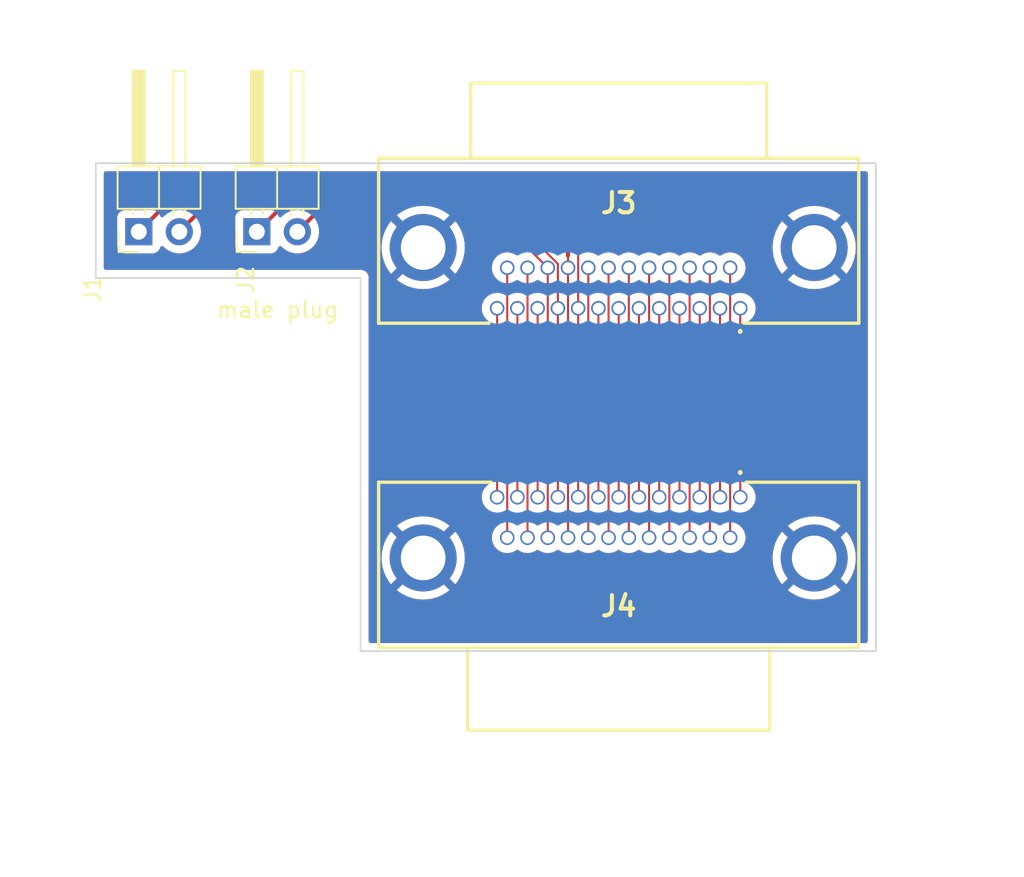
<source format=kicad_pcb>
(kicad_pcb (version 20211014) (generator pcbnew)
  (layers (0 "F.Cu" signal) (31 "B.Cu" signal) (34 "B.Paste" user) (35 "F.Paste" user) (36 "B.SilkS" user "B.Silkscreen") (37 "F.SilkS" user "F.Silkscreen") (38 "B.Mask" user) (39 "F.Mask" user) (44 "Edge.Cuts" user))
  (net 0 "")
  (net 1 "Net-(J1-Pad1)")
  (net 2 "Net-(J1-Pad2)")
  (net 3 "Net-(J2-Pad1)")
  (net 4 "Net-(J2-Pad2)")
  (net 5 "GND")
  (net 6 "Net-(J3-Pad1)")
  (net 7 "Net-(J3-Pad2)")
  (net 8 "Net-(J3-Pad3)")
  (net 9 "Net-(J3-Pad4)")
  (net 10 "Net-(J3-Pad5)")
  (net 11 "Net-(J3-Pad6)")
  (net 12 "Net-(J3-Pad7)")
  (net 13 "Net-(J3-Pad8)")
  (net 14 "Net-(J3-Pad11)")
  (net 15 "Net-(J3-Pad12)")
  (net 16 "Net-(J3-Pad13)")
  (net 17 "Net-(J3-Pad14)")
  (net 18 "Net-(J3-Pad15)")
  (net 19 "Net-(J3-Pad16)")
  (net 20 "Net-(J3-Pad17)")
  (net 21 "Net-(J3-Pad18)")
  (net 22 "Net-(J3-Pad19)")
  (net 23 "Net-(J3-Pad20)")
  (net 24 "Net-(J3-Pad21)")
  (net 25 "Net-(J3-Pad24)")
  (net 26 "Net-(J3-Pad25)")
  (footprint "Connector_PinHeader_2.54mm:PinHeader_1x02_P2.54mm_Horizontal" (layer "F.Cu") (at 126.7 62.8 90)
    (fp_text reference "J2" (at -3 -0.7 90) (layer "F.SilkS"))
    (fp_text value "Conn_01x02_Male_2.54mm")
    (fp_line (start 4.1 0.16) (end 10.1 0.16) (layer "F.SilkS") (width 0.12))
    (fp_line (start 4.1 0.04) (end 10.1 0.04) (layer "F.SilkS") (width 0.12))
    (fp_line (start 4.1 -0.2) (end 10.1 -0.2) (layer "F.SilkS") (width 0.12))
    (fp_line (start 4.1 -0.32) (end 10.1 -0.32) (layer "F.SilkS") (width 0.12))
    (fp_line (start 10.1 2.16) (end 10.1 2.92) (layer "F.SilkS") (width 0.12))
    (fp_line (start 4.1 2.16) (end 10.1 2.16) (layer "F.SilkS") (width 0.12))
    (fp_line (start 4.1 -0.08) (end 10.1 -0.08) (layer "F.SilkS") (width 0.12))
    (fp_line (start 10.1 0.38) (end 4.1 0.38) (layer "F.SilkS") (width 0.12))
    (fp_line (start 1.11 0.38) (end 1.44 0.38) (layer "F.SilkS") (width 0.12))
    (fp_line (start 4.1 0.28) (end 10.1 0.28) (layer "F.SilkS") (width 0.12))
    (fp_line (start 1.44 -1.33) (end 1.44 3.87) (layer "F.SilkS") (width 0.12))
    (fp_line (start 10.1 2.92) (end 4.1 2.92) (layer "F.SilkS") (width 0.12))
    (fp_line (start 1.11 -0.38) (end 1.44 -0.38) (layer "F.SilkS") (width 0.12))
    (fp_line (start 10.1 -0.38) (end 10.1 0.38) (layer "F.SilkS") (width 0.12))
    (fp_line (start 1.44 3.87) (end 4.1 3.87) (layer "F.SilkS") (width 0.12))
    (fp_line (start -1.27 -1.27) (end 0 -1.27) (layer "F.SilkS") (width 0.12))
    (fp_line (start -1.27 0) (end -1.27 -1.27) (layer "F.SilkS") (width 0.12))
    (fp_line (start 1.44 1.27) (end 4.1 1.27) (layer "F.SilkS") (width 0.12))
    (fp_line (start 4.1 3.87) (end 4.1 -1.33) (layer "F.SilkS") (width 0.12))
    (fp_line (start 4.1 -1.33) (end 1.44 -1.33) (layer "F.SilkS") (width 0.12))
    (fp_line (start 4.1 -0.38) (end 10.1 -0.38) (layer "F.SilkS") (width 0.12))
    (fp_line (start 1.042929 2.16) (end 1.44 2.16) (layer "F.SilkS") (width 0.12))
    (fp_line (start 1.042929 2.92) (end 1.44 2.92) (layer "F.SilkS") (width 0.12))
    (pad "1" thru_hole rect (at 0 0 90) (size 1.7 1.7) (drill 1) (layers *.Cu *.Mask) (net 3 "Net-(J2-Pad1)"))
    (pad "2" thru_hole oval (at 0 2.54 90) (size 1.7 1.7) (drill 1) (layers *.Cu *.Mask) (net 4 "Net-(J2-Pad2)"))
  )
  (footprint "0Project_Library:581M25213L461_Norcomp_Female" (layer "F.Cu") (at 157 79.45)
    (fp_text reference "J4" (at -7.62 6.835) (layer "F.SilkS") (effects (font (size 1.27 1.27) (thickness 0.254))))
    (fp_text value "DB25_Female_MountingHoles" hide)
    (fp_line (start 0 -1.6) (end 0 -1.6) (layer "F.SilkS") (width 0.2))
    (fp_line (start 1.855 14.61) (end -17.095 14.61) (layer "F.SilkS") (width 0.2))
    (fp_line (start 7.43 -0.94) (end 7.43 -0.94) (layer "F.SilkS") (width 0.2))
    (fp_line (start -22.67 9.41) (end -22.67 9.41) (layer "F.SilkS") (width 0.2))
    (fp_line (start 0.38 -0.94) (end 7.43 -0.94) (layer "F.SilkS") (width 0.2))
    (fp_line (start -15.62 -0.94) (end -15.62 -0.94) (layer "F.SilkS") (width 0.2))
    (fp_line (start -17.095 14.61) (end -17.095 9.41) (layer "F.SilkS") (width 0.2))
    (fp_line (start -22.67 -0.94) (end -15.62 -0.94) (layer "F.SilkS") (width 0.2))
    (fp_line (start 7.43 -0.94) (end 0.38 -0.94) (layer "F.SilkS") (width 0.2))
    (fp_line (start 7.43 9.41) (end -22.67 9.41) (layer "F.SilkS") (width 0.2))
    (fp_line (start -22.67 -0.94) (end -22.67 9.41) (layer "F.SilkS") (width 0.2))
    (fp_line (start -22.67 9.41) (end -22.67 9.41) (layer "F.SilkS") (width 0.2))
    (fp_line (start -22.67 -0.94) (end -22.67 -0.94) (layer "F.SilkS") (width 0.2))
    (fp_line (start 7.43 9.41) (end 7.43 -0.94) (layer "F.SilkS") (width 0.2))
    (fp_line (start -22.67 9.41) (end -22.67 -0.94) (layer "F.SilkS") (width 0.2))
    (fp_line (start 7.43 9.41) (end 7.43 9.41) (layer "F.SilkS") (width 0.2))
    (fp_line (start -17.095 9.41) (end 1.855 9.41) (layer "F.SilkS") (width 0.2))
    (fp_line (start 0.38 -0.94) (end 0.38 -0.94) (layer "F.SilkS") (width 0.2))
    (fp_line (start 7.43 9.41) (end 7.43 9.41) (layer "F.SilkS") (width 0.2))
    (fp_line (start -22.67 -0.94) (end -22.67 -0.94) (layer "F.SilkS") (width 0.2))
    (fp_line (start 0 -1.6) (end 0 -1.6) (layer "F.SilkS") (width 0.2))
    (fp_line (start 7.43 -0.94) (end 7.43 9.41) (layer "F.SilkS") (width 0.2))
    (fp_line (start 1.855 9.41) (end 1.855 14.61) (layer "F.SilkS") (width 0.2))
    (fp_line (start -15.62 -0.94) (end -22.67 -0.94) (layer "F.SilkS") (width 0.2))
    (fp_line (start -22.67 9.41) (end 7.43 9.41) (layer "F.SilkS") (width 0.2))
    (fp_line (start 0 -1.5) (end 0 -1.5) (layer "F.SilkS") (width 0.2))
    (fp_line (start 7.43 -0.94) (end 7.43 -0.94) (layer "F.SilkS") (width 0.2))
    (fp_arc (start 0 -1.6) (mid 0.05 -1.55) (end 0 -1.5) (layer "F.SilkS") (width 0.2))
    (fp_arc (start 0 -1.5) (mid -0.05 -1.55) (end 0 -1.6) (layer "F.SilkS") (width 0.2))
    (fp_arc (start 0 -1.5) (mid -0.05 -1.55) (end 0 -1.6) (layer "F.SilkS") (width 0.2))
    (pad "0" thru_hole circle (at -19.875 3.81) (size 4.2 4.2) (drill 2.8) (layers *.Cu *.Mask) (net 5 "GND"))
    (pad "0" thru_hole circle (at 4.635 3.81) (size 4.2 4.2) (drill 2.8) (layers *.Cu *.Mask) (net 5 "GND"))
    (pad "1" thru_hole circle (at 0 0) (size 0.91 0.91) (drill 0.71) (layers *.Cu *.Mask) (net 6 "Net-(J3-Pad1)"))
    (pad "2" thru_hole circle (at -1.27 0) (size 0.91 0.91) (drill 0.71) (layers *.Cu *.Mask) (net 7 "Net-(J3-Pad2)"))
    (pad "3" thru_hole circle (at -2.54 0) (size 0.91 0.91) (drill 0.71) (layers *.Cu *.Mask) (net 8 "Net-(J3-Pad3)"))
    (pad "4" thru_hole circle (at -3.81 0) (size 0.91 0.91) (drill 0.71) (layers *.Cu *.Mask) (net 9 "Net-(J3-Pad4)"))
    (pad "5" thru_hole circle (at -5.08 0) (size 0.91 0.91) (drill 0.71) (layers *.Cu *.Mask) (net 10 "Net-(J3-Pad5)"))
    (pad "6" thru_hole circle (at -6.35 0) (size 0.91 0.91) (drill 0.71) (layers *.Cu *.Mask) (net 11 "Net-(J3-Pad6)"))
    (pad "7" thru_hole circle (at -7.62 0) (size 0.91 0.91) (drill 0.71) (layers *.Cu *.Mask) (net 12 "Net-(J3-Pad7)"))
    (pad "8" thru_hole circle (at -8.89 0) (size 0.91 0.91) (drill 0.71) (layers *.Cu *.Mask) (net 13 "Net-(J3-Pad8)"))
    (pad "9" thru_hole circle (at -10.16 0) (size 0.91 0.91) (drill 0.71) (layers *.Cu *.Mask) (net 1 "Net-(J1-Pad1)"))
    (pad "10" thru_hole circle (at -11.43 0) (size 0.91 0.91) (drill 0.71) (layers *.Cu *.Mask) (net 3 "Net-(J2-Pad1)"))
    (pad "11" thru_hole circle (at -12.7 0) (size 0.91 0.91) (drill 0.71) (layers *.Cu *.Mask) (net 14 "Net-(J3-Pad11)"))
    (pad "12" thru_hole circle (at -13.97 0) (size 0.91 0.91) (drill 0.71) (layers *.Cu *.Mask) (net 15 "Net-(J3-Pad12)"))
    (pad "13" thru_hole circle (at -15.24 0) (size 0.91 0.91) (drill 0.71) (layers *.Cu *.Mask) (net 16 "Net-(J3-Pad13)"))
    (pad "14" thru_hole circle (at -0.635 2.54) (size 0.91 0.91) (drill 0.71) (layers *.Cu *.Mask) (net 17 "Net-(J3-Pad14)"))
    (pad "15" thru_hole circle (at -1.905 2.54) (size 0.91 0.91) (drill 0.71) (layers *.Cu *.Mask) (net 18 "Net-(J3-Pad15)"))
    (pad "16" thru_hole circle (at -3.175 2.54) (size 0.91 0.91) (drill 0.71) (layers *.Cu *.Mask) (net 19 "Net-(J3-Pad16)"))
    (pad "17" thru_hole circle (at -4.445 2.54) (size 0.91 0.91) (drill 0.71) (layers *.Cu *.Mask) (net 20 "Net-(J3-Pad17)"))
    (pad "18" thru_hole circle (at -5.715 2.54) (size 0.91 0.91) (drill 0.71) (layers *.Cu *.Mask) (net 21 "Net-(J3-Pad18)"))
    (pad "19" thru_hole circle (at -6.985 2.54) (size 0.91 0.91) (drill 0.71) (layers *.Cu *.Mask) (net 22 "Net-(J3-Pad19)"))
    (pad "20" thru_hole circle (at -8.255 2.54) (size 0.91 0.91) (drill 0.71) (layers *.Cu *.Mask) (net 23 "Net-(J3-Pad20)"))
    (pad "21" thru_hole circle (at -9.525 2.54) (size 0.91 0.91) (drill 0.71) (layers *.Cu *.Mask) (net 24 "Net-(J3-Pad21)"))
    (pad "22" thru_hole circle (at -10.795 2.54) (size 0.91 0.91) (drill 0.71) (layers *.Cu *.Mask) (net 2 "Net-(J1-Pad2)"))
    (pad "23" thru_hole circle (at -12.065 2.54) (size 0.91 0.91) (drill 0.71) (layers *.Cu *.Mask) (net 4 "Net-(J2-Pad2)"))
    (pad "24" thru_hole circle (at -13.335 2.54) (size 0.91 0.91) (drill 0.71) (layers *.Cu *.Mask) (net 25 "Net-(J3-Pad24)"))
    (pad "25" thru_hole circle (at -14.605 2.54) (size 0.91 0.91) (drill 0.71) (layers *.Cu *.Mask) (net 26 "Net-(J3-Pad25)"))
  )
  (footprint "0Project_Library:581M25113L461_Norcomp" (layer "F.Cu") (at 157 67.6 180)
    (fp_text reference "J3" (at 7.62 6.595 180) (layer "F.SilkS") (effects (font (size 1.27 1.27) (thickness 0.254))))
    (fp_text value "DB25_Male_MountingHoles" hide)
    (fp_line (start -7.43 -0.94) (end -0.25 -0.94) (layer "F.SilkS") (width 0.2))
    (fp_line (start 22.67 9.41) (end 22.67 -0.94) (layer "F.SilkS") (width 0.2))
    (fp_line (start -7.43 -0.94) (end -7.43 -0.94) (layer "F.SilkS") (width 0.2))
    (fp_line (start -7.43 9.41) (end -7.43 9.41) (layer "F.SilkS") (width 0.2))
    (fp_line (start -1.655 9.41) (end 16.895 9.41) (layer "F.SilkS") (width 0.2))
    (fp_line (start 22.67 -0.94) (end 22.67 -0.94) (layer "F.SilkS") (width 0.2))
    (fp_line (start 22.67 9.41) (end 22.67 9.41) (layer "F.SilkS") (width 0.2))
    (fp_line (start 22.67 -0.94) (end 22.67 -0.94) (layer "F.SilkS") (width 0.2))
    (fp_line (start -0.25 -0.94) (end -0.25 -0.94) (layer "F.SilkS") (width 0.2))
    (fp_line (start -7.43 -0.94) (end -7.43 -0.94) (layer "F.SilkS") (width 0.2))
    (fp_line (start 0 -1.4) (end 0 -1.4) (layer "F.SilkS") (width 0.2))
    (fp_line (start 16.895 9.41) (end 16.895 14.13) (layer "F.SilkS") (width 0.2))
    (fp_line (start 16.895 14.13) (end -1.655 14.13) (layer "F.SilkS") (width 0.2))
    (fp_line (start 0 -1.5) (end 0 -1.5) (layer "F.SilkS") (width 0.2))
    (fp_line (start -7.43 9.41) (end -7.43 -0.94) (layer "F.SilkS") (width 0.2))
    (fp_line (start -7.43 9.41) (end -7.43 9.41) (layer "F.SilkS") (width 0.2))
    (fp_line (start 22.67 -0.94) (end 22.67 9.41) (layer "F.SilkS") (width 0.2))
    (fp_line (start -1.655 14.13) (end -1.655 9.41) (layer "F.SilkS") (width 0.2))
    (fp_line (start 15.75 -0.94) (end 22.67 -0.94) (layer "F.SilkS") (width 0.2))
    (fp_line (start 22.67 9.41) (end -7.43 9.41) (layer "F.SilkS") (width 0.2))
    (fp_line (start 22.67 -0.94) (end 15.75 -0.94) (layer "F.SilkS") (width 0.2))
    (fp_line (start -0.25 -0.94) (end -7.43 -0.94) (layer "F.SilkS") (width 0.2))
    (fp_line (start 0 -1.5) (end 0 -1.5) (layer "F.SilkS") (width 0.2))
    (fp_line (start -7.43 9.41) (end 22.67 9.41) (layer "F.SilkS") (width 0.2))
    (fp_line (start 22.67 9.41) (end 22.67 9.41) (layer "F.SilkS") (width 0.2))
    (fp_line (start -7.43 -0.94) (end -7.43 9.41) (layer "F.SilkS") (width 0.2))
    (fp_line (start 15.75 -0.94) (end 15.75 -0.94) (layer "F.SilkS") (width 0.2))
    (fp_arc (start 0 -1.5) (mid 0.05 -1.45) (end 0 -1.4) (layer "F.SilkS") (width 0.2))
    (fp_arc (start 0 -1.4) (mid -0.05 -1.45) (end 0 -1.5) (layer "F.SilkS") (width 0.2))
    (fp_arc (start 0 -1.4) (mid -0.05 -1.45) (end 0 -1.5) (layer "F.SilkS") (width 0.2))
    (pad "0" thru_hole circle (at 19.875 3.81 180) (size 4.2 4.2) (drill 2.8) (layers *.Cu *.Mask) (net 5 "GND"))
    (pad "0" thru_hole circle (at -4.635 3.81 180) (size 4.2 4.2) (drill 2.8) (layers *.Cu *.Mask) (net 5 "GND"))
    (pad "1" thru_hole circle (at 0 0 180) (size 0.91 0.91) (drill 0.7) (layers *.Cu *.Mask) (net 6 "Net-(J3-Pad1)"))
    (pad "2" thru_hole circle (at 1.27 0 180) (size 0.91 0.91) (drill 0.7) (layers *.Cu *.Mask) (net 7 "Net-(J3-Pad2)"))
    (pad "3" thru_hole circle (at 2.54 0 180) (size 0.91 0.91) (drill 0.7) (layers *.Cu *.Mask) (net 8 "Net-(J3-Pad3)"))
    (pad "4" thru_hole circle (at 3.81 0 180) (size 0.91 0.91) (drill 0.7) (layers *.Cu *.Mask) (net 9 "Net-(J3-Pad4)"))
    (pad "5" thru_hole circle (at 5.08 0 180) (size 0.91 0.91) (drill 0.7) (layers *.Cu *.Mask) (net 10 "Net-(J3-Pad5)"))
    (pad "6" thru_hole circle (at 6.35 0 180) (size 0.91 0.91) (drill 0.7) (layers *.Cu *.Mask) (net 11 "Net-(J3-Pad6)"))
    (pad "7" thru_hole circle (at 7.62 0 180) (size 0.91 0.91) (drill 0.7) (layers *.Cu *.Mask) (net 12 "Net-(J3-Pad7)"))
    (pad "8" thru_hole circle (at 8.89 0 180) (size 0.91 0.91) (drill 0.7) (layers *.Cu *.Mask) (net 13 "Net-(J3-Pad8)"))
    (pad "9" thru_hole circle (at 10.16 0 180) (size 0.91 0.91) (drill 0.7) (layers *.Cu *.Mask) (net 1 "Net-(J1-Pad1)"))
    (pad "10" thru_hole circle (at 11.43 0 180) (size 0.91 0.91) (drill 0.7) (layers *.Cu *.Mask) (net 3 "Net-(J2-Pad1)"))
    (pad "11" thru_hole circle (at 12.7 0 180) (size 0.91 0.91) (drill 0.7) (layers *.Cu *.Mask) (net 14 "Net-(J3-Pad11)"))
    (pad "12" thru_hole circle (at 13.97 0 180) (size 0.91 0.91) (drill 0.7) (layers *.Cu *.Mask) (net 15 "Net-(J3-Pad12)"))
    (pad "13" thru_hole circle (at 15.24 0 180) (size 0.91 0.91) (drill 0.7) (layers *.Cu *.Mask) (net 16 "Net-(J3-Pad13)"))
    (pad "14" thru_hole circle (at 0.635 2.54 180) (size 0.91 0.91) (drill 0.7) (layers *.Cu *.Mask) (net 17 "Net-(J3-Pad14)"))
    (pad "15" thru_hole circle (at 1.905 2.54 180) (size 0.91 0.91) (drill 0.7) (layers *.Cu *.Mask) (net 18 "Net-(J3-Pad15)"))
    (pad "16" thru_hole circle (at 3.175 2.54 180) (size 0.91 0.91) (drill 0.7) (layers *.Cu *.Mask) (net 19 "Net-(J3-Pad16)"))
    (pad "17" thru_hole circle (at 4.445 2.54 180) (size 0.91 0.91) (drill 0.7) (layers *.Cu *.Mask) (net 20 "Net-(J3-Pad17)"))
    (pad "18" thru_hole circle (at 5.715 2.54 180) (size 0.91 0.91) (drill 0.7) (layers *.Cu *.Mask) (net 21 "Net-(J3-Pad18)"))
    (pad "19" thru_hole circle (at 6.985 2.54 180) (size 0.91 0.91) (drill 0.7) (layers *.Cu *.Mask) (net 22 "Net-(J3-Pad19)"))
    (pad "20" thru_hole circle (at 8.255 2.54 180) (size 0.91 0.91) (drill 0.7) (layers *.Cu *.Mask) (net 23 "Net-(J3-Pad20)"))
    (pad "21" thru_hole circle (at 9.525 2.54 180) (size 0.91 0.91) (drill 0.7) (layers *.Cu *.Mask) (net 24 "Net-(J3-Pad21)"))
    (pad "22" thru_hole circle (at 10.795 2.54 180) (size 0.91 0.91) (drill 0.7) (layers *.Cu *.Mask) (net 2 "Net-(J1-Pad2)"))
    (pad "23" thru_hole circle (at 12.065 2.54 180) (size 0.91 0.91) (drill 0.7) (layers *.Cu *.Mask) (net 4 "Net-(J2-Pad2)"))
    (pad "24" thru_hole circle (at 13.335 2.54 180) (size 0.91 0.91) (drill 0.7) (layers *.Cu *.Mask) (net 25 "Net-(J3-Pad24)"))
    (pad "25" thru_hole circle (at 14.605 2.54 180) (size 0.91 0.91) (drill 0.7) (layers *.Cu *.Mask) (net 26 "Net-(J3-Pad25)"))
  )
  (footprint "Connector_PinHeader_2.54mm:PinHeader_1x02_P2.54mm_Horizontal" (layer "F.Cu") (at 119.3 62.8 90)
    (fp_text reference "J1" (at -3.6 -2.9 90) (layer "F.SilkS"))
    (fp_text value "Conn_01x02_Male_2.54mm")
    (fp_line (start 4.1 -0.2) (end 10.1 -0.2) (layer "F.SilkS") (width 0.12))
    (fp_line (start 4.1 0.16) (end 10.1 0.16) (layer "F.SilkS") (width 0.12))
    (fp_line (start 10.1 2.92) (end 4.1 2.92) (layer "F.SilkS") (width 0.12))
    (fp_line (start 1.042929 2.16) (end 1.44 2.16) (layer "F.SilkS") (width 0.12))
    (fp_line (start 1.44 1.27) (end 4.1 1.27) (layer "F.SilkS") (width 0.12))
    (fp_line (start -1.27 0) (end -1.27 -1.27) (layer "F.SilkS") (width 0.12))
    (fp_line (start 4.1 0.04) (end 10.1 0.04) (layer "F.SilkS") (width 0.12))
    (fp_line (start 1.44 -1.33) (end 1.44 3.87) (layer "F.SilkS") (width 0.12))
    (fp_line (start 4.1 3.87) (end 4.1 -1.33) (layer "F.SilkS") (width 0.12))
    (fp_line (start 4.1 -0.38) (end 10.1 -0.38) (layer "F.SilkS") (width 0.12))
    (fp_line (start 4.1 -0.32) (end 10.1 -0.32) (layer "F.SilkS") (width 0.12))
    (fp_line (start -1.27 -1.27) (end 0 -1.27) (layer "F.SilkS") (width 0.12))
    (fp_line (start 1.11 -0.38) (end 1.44 -0.38) (layer "F.SilkS") (width 0.12))
    (fp_line (start 1.11 0.38) (end 1.44 0.38) (layer "F.SilkS") (width 0.12))
    (fp_line (start 4.1 -0.08) (end 10.1 -0.08) (layer "F.SilkS") (width 0.12))
    (fp_line (start 4.1 2.16) (end 10.1 2.16) (layer "F.SilkS") (width 0.12))
    (fp_line (start 1.042929 2.92) (end 1.44 2.92) (layer "F.SilkS") (width 0.12))
    (fp_line (start 4.1 0.28) (end 10.1 0.28) (layer "F.SilkS") (width 0.12))
    (fp_line (start 4.1 -1.33) (end 1.44 -1.33) (layer "F.SilkS") (width 0.12))
    (fp_line (start 10.1 2.16) (end 10.1 2.92) (layer "F.SilkS") (width 0.12))
    (fp_line (start 10.1 0.38) (end 4.1 0.38) (layer "F.SilkS") (width 0.12))
    (fp_line (start 10.1 -0.38) (end 10.1 0.38) (layer "F.SilkS") (width 0.12))
    (fp_line (start 1.44 3.87) (end 4.1 3.87) (layer "F.SilkS") (width 0.12))
    (pad "1" thru_hole rect (at 0 0 90) (size 1.7 1.7) (drill 1) (layers *.Cu *.Mask) (net 1 "Net-(J1-Pad1)"))
    (pad "2" thru_hole oval (at 0 2.54 90) (size 1.7 1.7) (drill 1) (layers *.Cu *.Mask) (net 2 "Net-(J1-Pad2)"))
  )
  (gr_line (start 133.2 65.7) (end 133.2 89.1) (layer "Edge.Cuts") (width 0.1))
  (gr_line (start 165.5 58.5) (end 133.2 58.5) (layer "Edge.Cuts") (width 0.1))
  (gr_line (start 116.6 58.5) (end 117 58.5) (layer "Edge.Cuts") (width 0.1))
  (gr_line (start 165.5 89.1) (end 165.5 58.5) (layer "Edge.Cuts") (width 0.1))
  (gr_line (start 133.2 89.1) (end 165.5 89.1) (layer "Edge.Cuts") (width 0.1))
  (gr_line (start 116.6 58.5) (end 116.6 65.7) (layer "Edge.Cuts") (width 0.1))
  (gr_line (start 117 65.7) (end 116.6 65.7) (layer "Edge.Cuts") (width 0.1))
  (gr_line (start 133.2 58.5) (end 117 58.5) (layer "Edge.Cuts") (width 0.1))
  (gr_line (start 117 65.7) (end 133.2 65.7) (layer "Edge.Cuts") (width 0.1))
  (gr_text "male plug" (at 128 67.7) (layer "F.SilkS") (effects (font (size 1 1))))
  (segment (start 122.148559 59.951441) (end 119.3 62.8) (width 0.25) (layer "F.Cu") (net 1))
  (segment (start 146.84 64.14) (end 142.651441 59.951441) (width 0.25) (layer "F.Cu") (net 1))
  (segment (start 146.84 79.45) (end 146.84 67.6) (width 0.127) (layer "F.Cu") (net 1))
  (segment (start 142.651441 59.951441) (end 122.148559 59.951441) (width 0.25) (layer "F.Cu") (net 1))
  (segment (start 146.84 67.6) (end 146.84 64.36) (width 0.127) (layer "F.Cu") (net 1))
  (segment (start 146.84 64.36) (end 146.84 64.14) (width 0.127) (layer "F.Cu") (net 1))
  (segment (start 146.205 65.06) (end 146.205 64.305) (width 0.127) (layer "F.Cu") (net 2))
  (segment (start 124.33904 60.30096) (end 121.84 62.8) (width 0.25) (layer "F.Cu") (net 2))
  (segment (start 146.205 64.305) (end 146.2 64.3) (width 0.127) (layer "F.Cu") (net 2))
  (segment (start 142.40096 60.30096) (end 124.33904 60.30096) (width 0.25) (layer "F.Cu") (net 2))
  (segment (start 146.2 64.1) (end 146.2 64.3) (width 0.25) (layer "F.Cu") (net 2))
  (segment (start 146.2 64.1) (end 142.40096 60.30096) (width 0.25) (layer "F.Cu") (net 2))
  (segment (start 146.205 65.06) (end 146.205 81.99) (width 0.127) (layer "F.Cu") (net 2))
  (segment (start 144.5745 63.8255) (end 141.39948 60.65048) (width 0.25) (layer "F.Cu") (net 3))
  (segment (start 145.57 64.820999) (end 144.5745 63.8255) (width 0.127) (layer "F.Cu") (net 3))
  (segment (start 128.84952 60.65048) (end 126.7 62.8) (width 0.25) (layer "F.Cu") (net 3))
  (segment (start 145.57 67.6) (end 145.57 79.45) (width 0.127) (layer "F.Cu") (net 3))
  (segment (start 145.57 67.6) (end 145.57 64.820999) (width 0.127) (layer "F.Cu") (net 3))
  (segment (start 141.39948 60.65048) (end 128.84952 60.65048) (width 0.25) (layer "F.Cu") (net 3))
  (segment (start 144.935 81.99) (end 144.935 65.06) (width 0.127) (layer "F.Cu") (net 4))
  (segment (start 143.8 63.925) (end 140.875 61) (width 0.25) (layer "F.Cu") (net 4))
  (segment (start 144.935 65.06) (end 143.8 63.925) (width 0.127) (layer "F.Cu") (net 4))
  (segment (start 140.875 61) (end 131.04 61) (width 0.25) (layer "F.Cu") (net 4))
  (segment (start 131.04 61) (end 129.24 62.8) (width 0.25) (layer "F.Cu") (net 4))
  (segment (start 157 79.45) (end 157 67.6) (width 0.127) (layer "F.Cu") (net 6))
  (segment (start 155.73 79.45) (end 155.73 67.6) (width 0.127) (layer "F.Cu") (net 7))
  (segment (start 154.46 79.45) (end 154.46 67.6) (width 0.127) (layer "F.Cu") (net 8))
  (segment (start 153.19 67.6) (end 153.19 79.45) (width 0.127) (layer "F.Cu") (net 9))
  (segment (start 151.92 79.45) (end 151.92 67.6) (width 0.127) (layer "F.Cu") (net 10))
  (segment (start 150.65 67.6) (end 150.65 79.45) (width 0.127) (layer "F.Cu") (net 11))
  (segment (start 149.38 79.45) (end 149.38 67.6) (width 0.127) (layer "F.Cu") (net 12))
  (segment (start 148.11 67.6) (end 148.11 79.45) (width 0.127) (layer "F.Cu") (net 13))
  (segment (start 144.3 79.45) (end 144.3 67.6) (width 0.127) (layer "F.Cu") (net 14))
  (segment (start 143.03 67.6) (end 143.03 79.45) (width 0.127) (layer "F.Cu") (net 15))
  (segment (start 141.76 67.6) (end 141.76 79.45) (width 0.127) (layer "F.Cu") (net 16))
  (segment (start 156.365 65.06) (end 156.365 81.99) (width 0.127) (layer "F.Cu") (net 17))
  (segment (start 155.095 65.06) (end 155.095 81.99) (width 0.127) (layer "F.Cu") (net 18))
  (segment (start 153.825 81.99) (end 153.825 65.06) (width 0.127) (layer "F.Cu") (net 19))
  (segment (start 152.555 65.06) (end 152.555 81.99) (width 0.127) (layer "F.Cu") (net 20))
  (segment (start 151.285 65.06) (end 151.285 81.99) (width 0.127) (layer "F.Cu") (net 21))
  (segment (start 150.015 81.99) (end 150.015 65.06) (width 0.127) (layer "F.Cu") (net 22))
  (segment (start 148.745 65.06) (end 148.745 81.99) (width 0.127) (layer "F.Cu") (net 23))
  (segment (start 147.475 65.06) (end 147.475 81.99) (width 0.127) (layer "F.Cu") (net 24))
  (segment (start 143.665 65.06) (end 143.665 81.99) (width 0.127) (layer "F.Cu") (net 25))
  (segment (start 142.395 65.06) (end 142.395 81.99) (width 0.127) (layer "F.Cu") (net 26))
  (zone (net 5) (net_name "GND") (layer "F.Cu") (connect_pads (clearance 0.508)) (min_thickness 0.254) (fill yes (thermal_gap 0.508) (thermal_bridge_width 0.508))
    (polygon (pts (xy 172.5 54.8) (xy 170.3 103.3) (xy 112.6 95.5) (xy 115.6 54.6)))
  )
  (zone (net 5) (net_name "GND") (layer "B.Cu") (connect_pads (clearance 0.508)) (min_thickness 0.254) (fill yes (thermal_gap 0.508) (thermal_bridge_width 0.508))
    (polygon (pts (xy 174.8 53.9) (xy 168.7 95.6) (xy 110.6 96.9) (xy 114.1 52.7)))
  )
)
</source>
